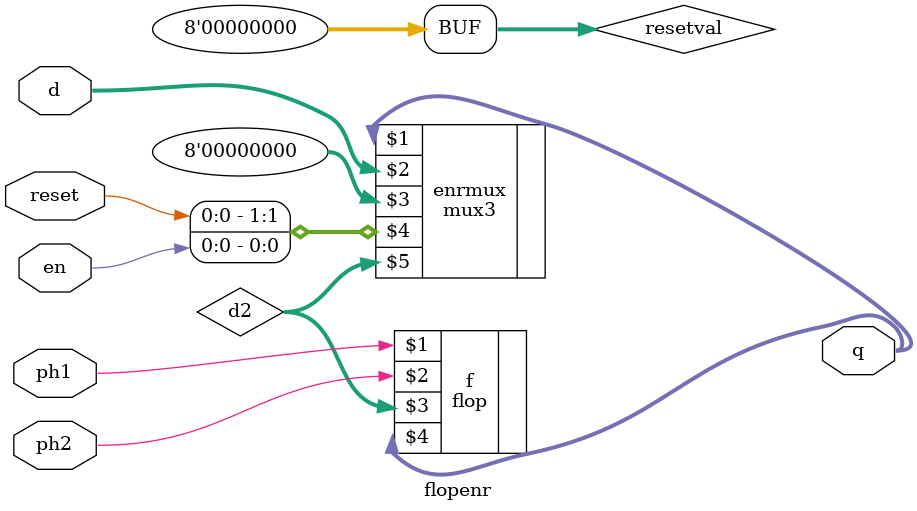
<source format=sv>
module flopenr #(parameter WIDTH = 8)
                (input  logic             ph1, ph2, reset, en,
                 input  logic [WIDTH-1:0] d,
                 output logic [WIDTH-1:0] q);

  logic [WIDTH-1:0] d2, resetval;

  assign resetval = 0;

  mux3 #(WIDTH) enrmux(q, d, resetval, {reset, en}, d2);
  flop #(WIDTH) f(ph1, ph2, d2, q);
endmodule


</source>
